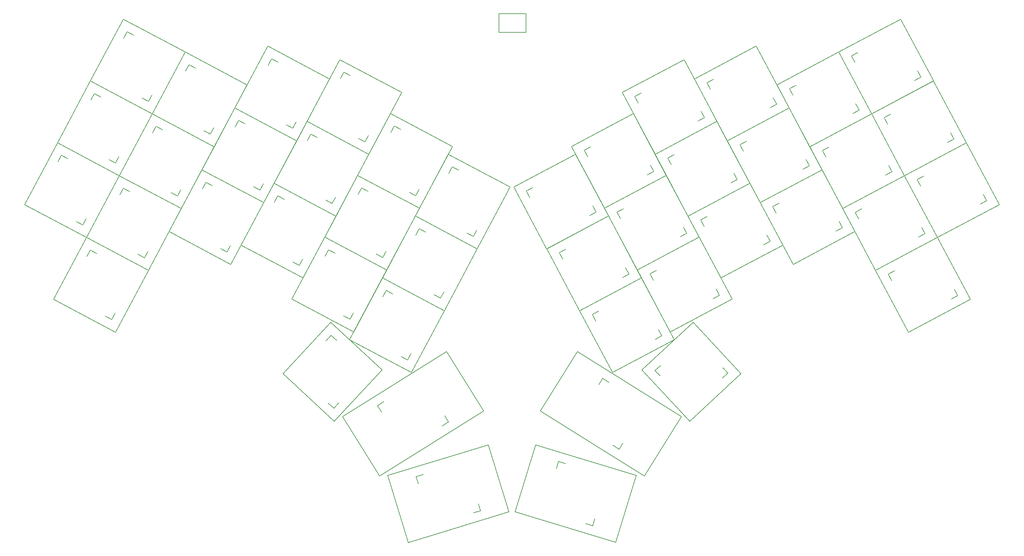
<source format=gbr>
G04 #@! TF.GenerationSoftware,KiCad,Pcbnew,5.1.5-52549c5~86~ubuntu18.04.1*
G04 #@! TF.CreationDate,2020-04-17T17:36:02+02:00*
G04 #@! TF.ProjectId,first-pcb,66697273-742d-4706-9362-2e6b69636164,0.1.1*
G04 #@! TF.SameCoordinates,Original*
G04 #@! TF.FileFunction,OtherDrawing,Comment*
%FSLAX46Y46*%
G04 Gerber Fmt 4.6, Leading zero omitted, Abs format (unit mm)*
G04 Created by KiCad (PCBNEW 5.1.5-52549c5~86~ubuntu18.04.1) date 2020-04-17 17:36:02*
%MOMM*%
%LPD*%
G04 APERTURE LIST*
%ADD10C,0.150000*%
%ADD11C,0.200000*%
G04 APERTURE END LIST*
D10*
X185006834Y-75930180D02*
X186772729Y-74991237D01*
X186772729Y-74991237D02*
X185833786Y-73225342D01*
X169604756Y-68263630D02*
X167838861Y-69202573D01*
X167838861Y-69202573D02*
X168777804Y-70968468D01*
X164424003Y-68158546D02*
X181244154Y-59215113D01*
X181244154Y-59215113D02*
X190187587Y-76035264D01*
X190187587Y-76035264D02*
X173367436Y-84978697D01*
X173367436Y-84978697D02*
X164424003Y-68158546D01*
X137757833Y-167881426D02*
X139670442Y-167296682D01*
X139670442Y-167296682D02*
X139085699Y-165384073D01*
X124101581Y-157416876D02*
X122188972Y-158001620D01*
X122188972Y-158001620D02*
X122773715Y-159914229D01*
X114481662Y-157717609D02*
X141808071Y-149363087D01*
X141808071Y-149363087D02*
X147377752Y-167580693D01*
X120051343Y-175935215D02*
X147377752Y-167580693D01*
X120051343Y-175935215D02*
X114481662Y-157717609D01*
X168276157Y-170799050D02*
X170188766Y-171383793D01*
X170188766Y-171383793D02*
X170773510Y-169471184D01*
X162806313Y-154487066D02*
X160893704Y-153902323D01*
X160893704Y-153902323D02*
X160308960Y-155814932D01*
X154662871Y-149356994D02*
X181989280Y-157711516D01*
X181989280Y-157711516D02*
X176419599Y-175929122D01*
X149093190Y-167574600D02*
X176419599Y-175929122D01*
X149093190Y-167574600D02*
X154662871Y-149356994D01*
X129284890Y-144206522D02*
X130980987Y-143146684D01*
X130980987Y-143146684D02*
X129921148Y-141450588D01*
X113385540Y-137633042D02*
X111689443Y-138692880D01*
X111689443Y-138692880D02*
X112749282Y-140388976D01*
X102151832Y-141675216D02*
X130423636Y-124009032D01*
X130423636Y-124009032D02*
X140518598Y-140164348D01*
X112246794Y-157830532D02*
X140518598Y-140164348D01*
X112246794Y-157830532D02*
X102151832Y-141675216D01*
X175662042Y-149498993D02*
X177358138Y-150558832D01*
X177358138Y-150558832D02*
X178417976Y-148862735D01*
X174600430Y-132327127D02*
X172904334Y-131267288D01*
X172904334Y-131267288D02*
X171844496Y-132963385D01*
X166042815Y-124002310D02*
X194314619Y-141668494D01*
X194314619Y-141668494D02*
X184219657Y-157823810D01*
X155947853Y-140157626D02*
X184219657Y-157823810D01*
X155947853Y-140157626D02*
X166042815Y-124002310D01*
X106513818Y-65961200D02*
X108279713Y-66900143D01*
X108279713Y-66900143D02*
X109218656Y-65134248D01*
X104256944Y-48905218D02*
X102491049Y-47966275D01*
X102491049Y-47966275D02*
X101552106Y-49732170D01*
X101447022Y-44551417D02*
X118267173Y-53494850D01*
X118267173Y-53494850D02*
X109323740Y-70315001D01*
X109323740Y-70315001D02*
X92503589Y-61371568D01*
X92503589Y-61371568D02*
X101447022Y-44551417D01*
X47646534Y-54941843D02*
X49412429Y-55880786D01*
X49412429Y-55880786D02*
X50351372Y-54114891D01*
X45389660Y-37885861D02*
X43623765Y-36946918D01*
X43623765Y-36946918D02*
X42684822Y-38712813D01*
X42579738Y-33532060D02*
X59399889Y-42475493D01*
X59399889Y-42475493D02*
X50456456Y-59295644D01*
X50456456Y-59295644D02*
X33636305Y-50352211D01*
X33636305Y-50352211D02*
X42579738Y-33532060D01*
X86891391Y-62288082D02*
X88657286Y-63227025D01*
X88657286Y-63227025D02*
X89596229Y-61461130D01*
X84634517Y-45232100D02*
X82868622Y-44293157D01*
X82868622Y-44293157D02*
X81929679Y-46059052D01*
X81824595Y-40878299D02*
X98644746Y-49821732D01*
X98644746Y-49821732D02*
X89701313Y-66641883D01*
X89701313Y-66641883D02*
X72881162Y-57698450D01*
X72881162Y-57698450D02*
X81824595Y-40878299D01*
X120293203Y-80623486D02*
X122059098Y-81562429D01*
X122059098Y-81562429D02*
X122998041Y-79796534D01*
X118036329Y-63567504D02*
X116270434Y-62628561D01*
X116270434Y-62628561D02*
X115331491Y-64394456D01*
X115226407Y-59213703D02*
X132046558Y-68157136D01*
X132046558Y-68157136D02*
X123103125Y-84977287D01*
X123103125Y-84977287D02*
X106282974Y-76033854D01*
X106282974Y-76033854D02*
X115226407Y-59213703D01*
X135980520Y-91697471D02*
X137746415Y-92636414D01*
X137746415Y-92636414D02*
X138685358Y-90870519D01*
X133723646Y-74641489D02*
X131957751Y-73702546D01*
X131957751Y-73702546D02*
X131018808Y-75468441D01*
X130913724Y-70287688D02*
X147733875Y-79231121D01*
X147733875Y-79231121D02*
X138790442Y-96051272D01*
X138790442Y-96051272D02*
X121970291Y-87107839D01*
X121970291Y-87107839D02*
X130913724Y-70287688D01*
X38703103Y-71761995D02*
X40468998Y-72700938D01*
X40468998Y-72700938D02*
X41407941Y-70935043D01*
X36446229Y-54706013D02*
X34680334Y-53767070D01*
X34680334Y-53767070D02*
X33741391Y-55532965D01*
X33636307Y-50352212D02*
X50456458Y-59295645D01*
X50456458Y-59295645D02*
X41513025Y-76115796D01*
X41513025Y-76115796D02*
X24692874Y-67172363D01*
X24692874Y-67172363D02*
X33636307Y-50352212D01*
X55523251Y-80705429D02*
X57289146Y-81644372D01*
X57289146Y-81644372D02*
X58228089Y-79878477D01*
X53266377Y-63649447D02*
X51500482Y-62710504D01*
X51500482Y-62710504D02*
X50561539Y-64476399D01*
X50456455Y-59295646D02*
X67276606Y-68239079D01*
X67276606Y-68239079D02*
X58333173Y-85059230D01*
X58333173Y-85059230D02*
X41513022Y-76115797D01*
X41513022Y-76115797D02*
X50456455Y-59295646D01*
X77947958Y-79108232D02*
X79713853Y-80047175D01*
X79713853Y-80047175D02*
X80652796Y-78281280D01*
X75691084Y-62052250D02*
X73925189Y-61113307D01*
X73925189Y-61113307D02*
X72986246Y-62879202D01*
X72881162Y-57698449D02*
X89701313Y-66641882D01*
X89701313Y-66641882D02*
X80757880Y-83462033D01*
X80757880Y-83462033D02*
X63937729Y-74518600D01*
X63937729Y-74518600D02*
X72881162Y-57698449D01*
X97570383Y-82781353D02*
X99336278Y-83720296D01*
X99336278Y-83720296D02*
X100275221Y-81954401D01*
X95313509Y-65725371D02*
X93547614Y-64786428D01*
X93547614Y-64786428D02*
X92608671Y-66552323D01*
X92503587Y-61371570D02*
X109323738Y-70315003D01*
X109323738Y-70315003D02*
X100380305Y-87135154D01*
X100380305Y-87135154D02*
X83560154Y-78191721D01*
X83560154Y-78191721D02*
X92503587Y-61371570D01*
X111349769Y-97443634D02*
X113115664Y-98382577D01*
X113115664Y-98382577D02*
X114054607Y-96616682D01*
X109092895Y-80387652D02*
X107327000Y-79448709D01*
X107327000Y-79448709D02*
X106388057Y-81214604D01*
X106282973Y-76033851D02*
X123103124Y-84977284D01*
X123103124Y-84977284D02*
X114159691Y-101797435D01*
X114159691Y-101797435D02*
X97339540Y-92854002D01*
X97339540Y-92854002D02*
X106282973Y-76033851D01*
X127037087Y-108517621D02*
X128802982Y-109456564D01*
X128802982Y-109456564D02*
X129741925Y-107690669D01*
X124780213Y-91461639D02*
X123014318Y-90522696D01*
X123014318Y-90522696D02*
X122075375Y-92288591D01*
X121970291Y-87107838D02*
X138790442Y-96051271D01*
X138790442Y-96051271D02*
X129847009Y-112871422D01*
X129847009Y-112871422D02*
X113026858Y-103927989D01*
X113026858Y-103927989D02*
X121970291Y-87107838D01*
X69004522Y-95928383D02*
X70770417Y-96867326D01*
X70770417Y-96867326D02*
X71709360Y-95101431D01*
X66747648Y-78872401D02*
X64981753Y-77933458D01*
X64981753Y-77933458D02*
X64042810Y-79699353D01*
X63937726Y-74518600D02*
X80757877Y-83462033D01*
X80757877Y-83462033D02*
X71814444Y-100282184D01*
X71814444Y-100282184D02*
X54994293Y-91338751D01*
X54994293Y-91338751D02*
X63937726Y-74518600D01*
X88626951Y-99601503D02*
X90392846Y-100540446D01*
X90392846Y-100540446D02*
X91331789Y-98774551D01*
X86370077Y-82545521D02*
X84604182Y-81606578D01*
X84604182Y-81606578D02*
X83665239Y-83372473D01*
X83560155Y-78191720D02*
X100380306Y-87135153D01*
X100380306Y-87135153D02*
X91436873Y-103955304D01*
X91436873Y-103955304D02*
X74616722Y-95011871D01*
X74616722Y-95011871D02*
X83560155Y-78191720D01*
X102406337Y-114263790D02*
X104172232Y-115202733D01*
X104172232Y-115202733D02*
X105111175Y-113436838D01*
X100149463Y-97207808D02*
X98383568Y-96268865D01*
X98383568Y-96268865D02*
X97444625Y-98034760D01*
X97339541Y-92854007D02*
X114159692Y-101797440D01*
X114159692Y-101797440D02*
X105216259Y-118617591D01*
X105216259Y-118617591D02*
X88396108Y-109674158D01*
X88396108Y-109674158D02*
X97339541Y-92854007D01*
X118093651Y-125337774D02*
X119859546Y-126276717D01*
X119859546Y-126276717D02*
X120798489Y-124510822D01*
X115836777Y-108281792D02*
X114070882Y-107342849D01*
X114070882Y-107342849D02*
X113131939Y-109108744D01*
X113026855Y-103927991D02*
X129847006Y-112871424D01*
X129847006Y-112871424D02*
X120903573Y-129691575D01*
X120903573Y-129691575D02*
X104083422Y-120748142D01*
X104083422Y-120748142D02*
X113026855Y-103927991D01*
X37636387Y-114345731D02*
X39402282Y-115284674D01*
X39402282Y-115284674D02*
X40341225Y-113518779D01*
X35379513Y-97289749D02*
X33613618Y-96350806D01*
X33613618Y-96350806D02*
X32674675Y-98116701D01*
X32569591Y-92935948D02*
X49389742Y-101879381D01*
X49389742Y-101879381D02*
X40446309Y-118699532D01*
X40446309Y-118699532D02*
X23626158Y-109756099D01*
X23626158Y-109756099D02*
X32569591Y-92935948D01*
X98315619Y-138024091D02*
X99778326Y-139388087D01*
X99778326Y-139388087D02*
X101142323Y-137925380D01*
X100550059Y-120965155D02*
X99087352Y-119601159D01*
X99087352Y-119601159D02*
X97723355Y-121063866D01*
X98962729Y-116032445D02*
X112895017Y-129024513D01*
X112895017Y-129024513D02*
X99902949Y-142956801D01*
X99902949Y-142956801D02*
X85970661Y-129964733D01*
X85970661Y-129964733D02*
X98962729Y-116032445D01*
X198786834Y-61270181D02*
X200552729Y-60331238D01*
X200552729Y-60331238D02*
X199613786Y-58565343D01*
X183384756Y-53603631D02*
X181618861Y-54542574D01*
X181618861Y-54542574D02*
X182557804Y-56308469D01*
X178204003Y-53498547D02*
X195024154Y-44555114D01*
X195024154Y-44555114D02*
X203967587Y-61375265D01*
X203967587Y-61375265D02*
X187147436Y-70318698D01*
X187147436Y-70318698D02*
X178204003Y-53498547D01*
X218402100Y-57591217D02*
X220167995Y-56652274D01*
X220167995Y-56652274D02*
X219229052Y-54886379D01*
X203000022Y-49924667D02*
X201234127Y-50863610D01*
X201234127Y-50863610D02*
X202173070Y-52629505D01*
X197819269Y-49819583D02*
X214639420Y-40876150D01*
X214639420Y-40876150D02*
X223582853Y-57696301D01*
X223582853Y-57696301D02*
X206762702Y-66639734D01*
X206762702Y-66639734D02*
X197819269Y-49819583D01*
X240836831Y-59190181D02*
X242602726Y-58251238D01*
X242602726Y-58251238D02*
X241663783Y-56485343D01*
X225434753Y-51523631D02*
X223668858Y-52462574D01*
X223668858Y-52462574D02*
X224607801Y-54228469D01*
X220254000Y-51418547D02*
X237074151Y-42475114D01*
X237074151Y-42475114D02*
X246017584Y-59295265D01*
X246017584Y-59295265D02*
X229197433Y-68238698D01*
X229197433Y-68238698D02*
X220254000Y-51418547D01*
X257656832Y-50250177D02*
X259422727Y-49311234D01*
X259422727Y-49311234D02*
X258483784Y-47545339D01*
X242254754Y-42583627D02*
X240488859Y-43522570D01*
X240488859Y-43522570D02*
X241427802Y-45288465D01*
X237074001Y-42478543D02*
X253894152Y-33535110D01*
X253894152Y-33535110D02*
X262837585Y-50355261D01*
X262837585Y-50355261D02*
X246017434Y-59298694D01*
X246017434Y-59298694D02*
X237074001Y-42478543D01*
X178266026Y-103822894D02*
X180031921Y-102883951D01*
X180031921Y-102883951D02*
X179092978Y-101118056D01*
X162863948Y-96156344D02*
X161098053Y-97095287D01*
X161098053Y-97095287D02*
X162036996Y-98861182D01*
X157683195Y-96051260D02*
X174503346Y-87107827D01*
X174503346Y-87107827D02*
X183446779Y-103927978D01*
X183446779Y-103927978D02*
X166626628Y-112871411D01*
X166626628Y-112871411D02*
X157683195Y-96051260D01*
X193946832Y-92750181D02*
X195712727Y-91811238D01*
X195712727Y-91811238D02*
X194773784Y-90045343D01*
X178544754Y-85083631D02*
X176778859Y-86022574D01*
X176778859Y-86022574D02*
X177717802Y-87788469D01*
X173364001Y-84978547D02*
X190184152Y-76035114D01*
X190184152Y-76035114D02*
X199127585Y-92855265D01*
X199127585Y-92855265D02*
X182307434Y-101798698D01*
X182307434Y-101798698D02*
X173364001Y-84978547D01*
X207726834Y-78090180D02*
X209492729Y-77151237D01*
X209492729Y-77151237D02*
X208553786Y-75385342D01*
X192324756Y-70423630D02*
X190558861Y-71362573D01*
X190558861Y-71362573D02*
X191497804Y-73128468D01*
X187144003Y-70318546D02*
X203964154Y-61375113D01*
X203964154Y-61375113D02*
X212907587Y-78195264D01*
X212907587Y-78195264D02*
X196087436Y-87138697D01*
X196087436Y-87138697D02*
X187144003Y-70318546D01*
X227356832Y-74410180D02*
X229122727Y-73471237D01*
X229122727Y-73471237D02*
X228183784Y-71705342D01*
X211954754Y-66743630D02*
X210188859Y-67682573D01*
X210188859Y-67682573D02*
X211127802Y-69448468D01*
X206774001Y-66638546D02*
X223594152Y-57695113D01*
X223594152Y-57695113D02*
X232537585Y-74515264D01*
X232537585Y-74515264D02*
X215717434Y-83458697D01*
X215717434Y-83458697D02*
X206774001Y-66638546D01*
X249776833Y-76010181D02*
X251542728Y-75071238D01*
X251542728Y-75071238D02*
X250603785Y-73305343D01*
X234374755Y-68343631D02*
X232608860Y-69282574D01*
X232608860Y-69282574D02*
X233547803Y-71048469D01*
X229194002Y-68238547D02*
X246014153Y-59295114D01*
X246014153Y-59295114D02*
X254957586Y-76115265D01*
X254957586Y-76115265D02*
X238137435Y-85058698D01*
X238137435Y-85058698D02*
X229194002Y-68238547D01*
X266596831Y-67070181D02*
X268362726Y-66131238D01*
X268362726Y-66131238D02*
X267423783Y-64365343D01*
X251194753Y-59403631D02*
X249428858Y-60342574D01*
X249428858Y-60342574D02*
X250367801Y-62108469D01*
X246014000Y-59298547D02*
X262834151Y-50355114D01*
X262834151Y-50355114D02*
X271777584Y-67175265D01*
X271777584Y-67175265D02*
X254957433Y-76118698D01*
X254957433Y-76118698D02*
X246014000Y-59298547D01*
X187208336Y-120643642D02*
X188974231Y-119704699D01*
X188974231Y-119704699D02*
X188035288Y-117938804D01*
X171806258Y-112977092D02*
X170040363Y-113916035D01*
X170040363Y-113916035D02*
X170979306Y-115681930D01*
X166625505Y-112872008D02*
X183445656Y-103928575D01*
X183445656Y-103928575D02*
X192389089Y-120748726D01*
X192389089Y-120748726D02*
X175568938Y-129692159D01*
X175568938Y-129692159D02*
X166625505Y-112872008D01*
X202896833Y-109570181D02*
X204662728Y-108631238D01*
X204662728Y-108631238D02*
X203723785Y-106865343D01*
X187494755Y-101903631D02*
X185728860Y-102842574D01*
X185728860Y-102842574D02*
X186667803Y-104608469D01*
X182314002Y-101798547D02*
X199134153Y-92855114D01*
X199134153Y-92855114D02*
X208077586Y-109675265D01*
X208077586Y-109675265D02*
X191257435Y-118618698D01*
X191257435Y-118618698D02*
X182314002Y-101798547D01*
X258716831Y-92830182D02*
X260482726Y-91891239D01*
X260482726Y-91891239D02*
X259543783Y-90125344D01*
X243314753Y-85163632D02*
X241548858Y-86102575D01*
X241548858Y-86102575D02*
X242487801Y-87868470D01*
X238134000Y-85058548D02*
X254954151Y-76115115D01*
X254954151Y-76115115D02*
X263897584Y-92935266D01*
X263897584Y-92935266D02*
X247077433Y-101878699D01*
X247077433Y-101878699D02*
X238134000Y-85058548D01*
X275536832Y-83890181D02*
X277302727Y-82951238D01*
X277302727Y-82951238D02*
X276363784Y-81185343D01*
X260134754Y-76223631D02*
X258368859Y-77162574D01*
X258368859Y-77162574D02*
X259307802Y-78928469D01*
X254954001Y-76118547D02*
X271774152Y-67175114D01*
X271774152Y-67175114D02*
X280717585Y-83995265D01*
X280717585Y-83995265D02*
X263897434Y-92938698D01*
X263897434Y-92938698D02*
X254954001Y-76118547D01*
X29759667Y-88582145D02*
X31525562Y-89521088D01*
X31525562Y-89521088D02*
X32464505Y-87755193D01*
X27502793Y-71526163D02*
X25736898Y-70587220D01*
X25736898Y-70587220D02*
X24797955Y-72353115D01*
X24692871Y-67172362D02*
X41513022Y-76115795D01*
X41513022Y-76115795D02*
X32569589Y-92935946D01*
X32569589Y-92935946D02*
X15749438Y-83992513D01*
X15749438Y-83992513D02*
X24692871Y-67172362D01*
X216676830Y-94910179D02*
X218442725Y-93971236D01*
X218442725Y-93971236D02*
X217503782Y-92205341D01*
X201274752Y-87243629D02*
X199508857Y-88182572D01*
X199508857Y-88182572D02*
X200447800Y-89948467D01*
X196093999Y-87138545D02*
X212914150Y-78195112D01*
X212914150Y-78195112D02*
X221857583Y-95015263D01*
X221857583Y-95015263D02*
X205037432Y-103958696D01*
X205037432Y-103958696D02*
X196093999Y-87138545D01*
X46579820Y-97525578D02*
X48345715Y-98464521D01*
X48345715Y-98464521D02*
X49284658Y-96698626D01*
X44322946Y-80469596D02*
X42557051Y-79530653D01*
X42557051Y-79530653D02*
X41618108Y-81296548D01*
X41513024Y-76115795D02*
X58333175Y-85059228D01*
X58333175Y-85059228D02*
X49389742Y-101879379D01*
X49389742Y-101879379D02*
X32569591Y-92935946D01*
X32569591Y-92935946D02*
X41513024Y-76115795D01*
X205461556Y-131204093D02*
X206924263Y-129840096D01*
X206924263Y-129840096D02*
X205560267Y-128377389D01*
X188600042Y-127785125D02*
X187137335Y-129149122D01*
X187137335Y-129149122D02*
X188501331Y-130611829D01*
X183568621Y-129024499D02*
X197500909Y-116032431D01*
X197500909Y-116032431D02*
X210492977Y-129964719D01*
X210492977Y-129964719D02*
X196560689Y-142956787D01*
X196560689Y-142956787D02*
X183568621Y-129024499D01*
X169312593Y-87002744D02*
X171078488Y-86063801D01*
X171078488Y-86063801D02*
X170139545Y-84297906D01*
X153910515Y-79336194D02*
X152144620Y-80275137D01*
X152144620Y-80275137D02*
X153083563Y-82041032D01*
X148729762Y-79231110D02*
X165549913Y-70287677D01*
X165549913Y-70287677D02*
X174493346Y-87107828D01*
X174493346Y-87107828D02*
X157673195Y-96051261D01*
X157673195Y-96051261D02*
X148729762Y-79231110D01*
X267666832Y-109650181D02*
X269432727Y-108711238D01*
X269432727Y-108711238D02*
X268493784Y-106945343D01*
X252264754Y-101983631D02*
X250498859Y-102922574D01*
X250498859Y-102922574D02*
X251437802Y-104688469D01*
X247084001Y-101878547D02*
X263904152Y-92935114D01*
X263904152Y-92935114D02*
X272847585Y-109755265D01*
X272847585Y-109755265D02*
X256027434Y-118698698D01*
X256027434Y-118698698D02*
X247084001Y-101878547D01*
X64466689Y-63885277D02*
X66232584Y-64824220D01*
X66232584Y-64824220D02*
X67171527Y-63058325D01*
X62209815Y-46829295D02*
X60443920Y-45890352D01*
X60443920Y-45890352D02*
X59504977Y-47656247D01*
X59399893Y-42475494D02*
X76220044Y-51418927D01*
X76220044Y-51418927D02*
X67276611Y-68239078D01*
X67276611Y-68239078D02*
X50456460Y-59295645D01*
X50456460Y-59295645D02*
X59399893Y-42475494D01*
X236296833Y-91230180D02*
X238062728Y-90291237D01*
X238062728Y-90291237D02*
X237123785Y-88525342D01*
X220894755Y-83563630D02*
X219128860Y-84502573D01*
X219128860Y-84502573D02*
X220067803Y-86268468D01*
X215714002Y-83458546D02*
X232534153Y-74515113D01*
X232534153Y-74515113D02*
X241477586Y-91335264D01*
X241477586Y-91335264D02*
X224657435Y-100278697D01*
X224657435Y-100278697D02*
X215714002Y-83458546D01*
D11*
X144679793Y-32012905D02*
X144679793Y-37092905D01*
X152045793Y-32012905D02*
X144679793Y-32012905D01*
X152045793Y-37092905D02*
X152045793Y-32012905D01*
X144679793Y-37092905D02*
X152045793Y-37092905D01*
M02*

</source>
